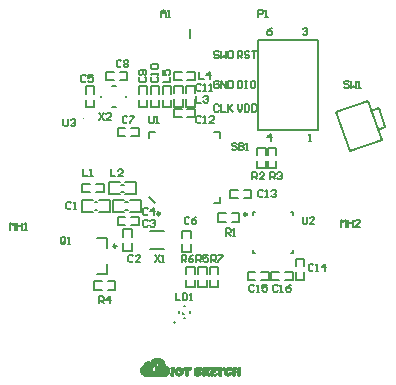
<source format=gbr>
%TF.GenerationSoftware,Altium Limited,Altium Designer,18.0.11 (651)*%
G04 Layer_Color=65535*
%FSLAX43Y43*%
%MOMM*%
%TF.FileFunction,Legend,Top*%
%TF.Part,Single*%
G01*
G75*
%TA.AperFunction,NonConductor*%
%ADD44C,0.150*%
%ADD53C,0.250*%
%ADD54C,0.100*%
%ADD55C,0.152*%
%ADD56C,0.200*%
%ADD57C,0.025*%
%ADD58R,0.270X0.840*%
G36*
X-250Y-10750D02*
X146D01*
X-250Y-10354D01*
Y-10750D01*
D02*
G37*
D44*
X-70Y-11000D02*
X70D01*
X-500Y-10570D02*
Y-10430D01*
X-70Y-10000D02*
X70D01*
X500Y-10570D02*
Y-10430D01*
X4500Y7100D02*
Y6700D01*
X4700Y6500D01*
X4900Y6700D01*
Y7100D01*
X5100D02*
Y6500D01*
X5400D01*
X5500Y6600D01*
Y7000D01*
X5400Y7100D01*
X5100D01*
X5700D02*
Y6500D01*
X6000D01*
X6099Y6600D01*
Y7000D01*
X6000Y7100D01*
X5700D01*
X4500Y9100D02*
Y8500D01*
X4800D01*
X4900Y8600D01*
Y9000D01*
X4800Y9100D01*
X4500D01*
X5100D02*
X5300D01*
X5200D01*
Y8500D01*
X5100D01*
X5300D01*
X5900Y9100D02*
X5700D01*
X5600Y9000D01*
Y8600D01*
X5700Y8500D01*
X5900D01*
X6000Y8600D01*
Y9000D01*
X5900Y9100D01*
X4500Y11000D02*
Y11600D01*
X4800D01*
X4900Y11500D01*
Y11300D01*
X4800Y11200D01*
X4500D01*
X4700D02*
X4900Y11000D01*
X5500Y11500D02*
X5400Y11600D01*
X5200D01*
X5100Y11500D01*
Y11400D01*
X5200Y11300D01*
X5400D01*
X5500Y11200D01*
Y11100D01*
X5400Y11000D01*
X5200D01*
X5100Y11100D01*
X5700Y11600D02*
X6099D01*
X5900D01*
Y11000D01*
X2900Y7000D02*
X2800Y7100D01*
X2600D01*
X2500Y7000D01*
Y6600D01*
X2600Y6500D01*
X2800D01*
X2900Y6600D01*
X3100Y7100D02*
Y6500D01*
X3500D01*
X3700Y7100D02*
Y6500D01*
Y6700D01*
X4099Y7100D01*
X3800Y6800D01*
X4099Y6500D01*
X2900Y9000D02*
X2800Y9100D01*
X2600D01*
X2500Y9000D01*
Y8600D01*
X2600Y8500D01*
X2800D01*
X2900Y8600D01*
Y8800D01*
X2700D01*
X3100Y8500D02*
Y9100D01*
X3500Y8500D01*
Y9100D01*
X3700D02*
Y8500D01*
X4000D01*
X4099Y8600D01*
Y9000D01*
X4000Y9100D01*
X3700D01*
X2900Y11500D02*
X2800Y11600D01*
X2600D01*
X2500Y11500D01*
Y11400D01*
X2600Y11300D01*
X2800D01*
X2900Y11200D01*
Y11100D01*
X2800Y11000D01*
X2600D01*
X2500Y11100D01*
X3100Y11600D02*
Y11000D01*
X3300Y11200D01*
X3500Y11000D01*
Y11600D01*
X4000D02*
X3800D01*
X3700Y11500D01*
Y11100D01*
X3800Y11000D01*
X4000D01*
X4099Y11100D01*
Y11500D01*
X4000Y11600D01*
X7300Y4000D02*
Y4600D01*
X7000Y4300D01*
X7400D01*
X10500Y4000D02*
X10700D01*
X10600D01*
Y4600D01*
X10500Y4500D01*
X10000Y13500D02*
X10100Y13600D01*
X10300D01*
X10400Y13500D01*
Y13400D01*
X10300Y13300D01*
X10200D01*
X10300D01*
X10400Y13200D01*
Y13100D01*
X10300Y13000D01*
X10100D01*
X10000Y13100D01*
X7400Y13600D02*
X7200Y13500D01*
X7000Y13300D01*
Y13100D01*
X7100Y13000D01*
X7300D01*
X7400Y13100D01*
Y13200D01*
X7300Y13300D01*
X7000D01*
X-7250Y6350D02*
X-6850Y5750D01*
Y6350D02*
X-7250Y5750D01*
X-6250D02*
X-6650D01*
X-6250Y6150D01*
Y6250D01*
X-6350Y6350D01*
X-6550D01*
X-6650Y6250D01*
X-2500Y-5650D02*
X-2100Y-6250D01*
Y-5650D02*
X-2500Y-6250D01*
X-1900D02*
X-1700D01*
X-1800D01*
Y-5650D01*
X-1900Y-5750D01*
X-10250Y5850D02*
Y5350D01*
X-10150Y5250D01*
X-9950D01*
X-9850Y5350D01*
Y5850D01*
X-9650Y5750D02*
X-9550Y5850D01*
X-9350D01*
X-9250Y5750D01*
Y5650D01*
X-9350Y5550D01*
X-9450D01*
X-9350D01*
X-9250Y5450D01*
Y5350D01*
X-9350Y5250D01*
X-9550D01*
X-9650Y5350D01*
X10000Y-2400D02*
Y-2900D01*
X10100Y-3000D01*
X10300D01*
X10400Y-2900D01*
Y-2400D01*
X11000Y-3000D02*
X10600D01*
X11000Y-2600D01*
Y-2500D01*
X10900Y-2400D01*
X10700D01*
X10600Y-2500D01*
X-3000Y6100D02*
Y5600D01*
X-2900Y5500D01*
X-2700D01*
X-2600Y5600D01*
Y6100D01*
X-2400Y5500D02*
X-2200D01*
X-2300D01*
Y6100D01*
X-2400Y6000D01*
X13900Y9000D02*
X13800Y9100D01*
X13600D01*
X13500Y9000D01*
Y8900D01*
X13600Y8800D01*
X13800D01*
X13900Y8700D01*
Y8600D01*
X13800Y8500D01*
X13600D01*
X13500Y8600D01*
X14100Y9100D02*
Y8500D01*
X14300Y8700D01*
X14500Y8500D01*
Y9100D01*
X14700Y8500D02*
X14900D01*
X14800D01*
Y9100D01*
X14700Y9000D01*
X4400Y3750D02*
X4300Y3850D01*
X4100D01*
X4000Y3750D01*
Y3650D01*
X4100Y3550D01*
X4300D01*
X4400Y3450D01*
Y3350D01*
X4300Y3250D01*
X4100D01*
X4000Y3350D01*
X4600Y3850D02*
Y3250D01*
X4900D01*
X5000Y3350D01*
Y3450D01*
X4900Y3550D01*
X4600D01*
X4900D01*
X5000Y3650D01*
Y3750D01*
X4900Y3850D01*
X4600D01*
X5200Y3250D02*
X5400D01*
X5300D01*
Y3850D01*
X5200Y3750D01*
X2250Y-6250D02*
Y-5650D01*
X2550D01*
X2650Y-5750D01*
Y-5950D01*
X2550Y-6050D01*
X2250D01*
X2450D02*
X2650Y-6250D01*
X2850Y-5650D02*
X3250D01*
Y-5750D01*
X2850Y-6150D01*
Y-6250D01*
X-250D02*
Y-5650D01*
X50D01*
X150Y-5750D01*
Y-5950D01*
X50Y-6050D01*
X-250D01*
X-50D02*
X150Y-6250D01*
X750Y-5650D02*
X550Y-5750D01*
X350Y-5950D01*
Y-6150D01*
X450Y-6250D01*
X650D01*
X750Y-6150D01*
Y-6050D01*
X650Y-5950D01*
X350D01*
X1000Y-6250D02*
Y-5650D01*
X1300D01*
X1400Y-5750D01*
Y-5950D01*
X1300Y-6050D01*
X1000D01*
X1200D02*
X1400Y-6250D01*
X2000Y-5650D02*
X1600D01*
Y-5950D01*
X1800Y-5850D01*
X1900D01*
X2000Y-5950D01*
Y-6150D01*
X1900Y-6250D01*
X1700D01*
X1600Y-6150D01*
X-7250Y-9750D02*
Y-9150D01*
X-6950D01*
X-6850Y-9250D01*
Y-9450D01*
X-6950Y-9550D01*
X-7250D01*
X-7050D02*
X-6850Y-9750D01*
X-6350D02*
Y-9150D01*
X-6650Y-9450D01*
X-6250D01*
X7250Y750D02*
Y1350D01*
X7550D01*
X7650Y1250D01*
Y1050D01*
X7550Y950D01*
X7250D01*
X7450D02*
X7650Y750D01*
X7850Y1250D02*
X7950Y1350D01*
X8150D01*
X8250Y1250D01*
Y1150D01*
X8150Y1050D01*
X8050D01*
X8150D01*
X8250Y950D01*
Y850D01*
X8150Y750D01*
X7950D01*
X7850Y850D01*
X5750Y750D02*
Y1350D01*
X6050D01*
X6150Y1250D01*
Y1050D01*
X6050Y950D01*
X5750D01*
X5950D02*
X6150Y750D01*
X6750D02*
X6350D01*
X6750Y1150D01*
Y1250D01*
X6650Y1350D01*
X6450D01*
X6350Y1250D01*
X3500Y-4000D02*
Y-3400D01*
X3800D01*
X3900Y-3500D01*
Y-3700D01*
X3800Y-3800D01*
X3500D01*
X3700D02*
X3900Y-4000D01*
X4100D02*
X4300D01*
X4200D01*
Y-3400D01*
X4100Y-3500D01*
X-10100Y-4650D02*
Y-4250D01*
X-10200Y-4150D01*
X-10400D01*
X-10500Y-4250D01*
Y-4650D01*
X-10400Y-4750D01*
X-10200D01*
X-10300Y-4550D02*
X-10100Y-4750D01*
X-10200D02*
X-10100Y-4650D01*
X-9900Y-4750D02*
X-9700D01*
X-9800D01*
Y-4150D01*
X-9900Y-4250D01*
X6239Y14523D02*
Y15123D01*
X6538D01*
X6638Y15023D01*
Y14823D01*
X6538Y14723D01*
X6239D01*
X6838Y14523D02*
X7038D01*
X6938D01*
Y15123D01*
X6838Y15023D01*
X13250Y-3250D02*
Y-2650D01*
X13450Y-2850D01*
X13650Y-2650D01*
Y-3250D01*
X13850Y-2650D02*
Y-3250D01*
Y-2950D01*
X14250D01*
Y-2650D01*
Y-3250D01*
X14849D02*
X14450D01*
X14849Y-2850D01*
Y-2750D01*
X14750Y-2650D01*
X14550D01*
X14450Y-2750D01*
X-14750Y-3500D02*
Y-2900D01*
X-14550Y-3100D01*
X-14350Y-2900D01*
Y-3500D01*
X-14150Y-2900D02*
Y-3500D01*
Y-3200D01*
X-13750D01*
Y-2900D01*
Y-3500D01*
X-13550D02*
X-13350D01*
X-13450D01*
Y-2900D01*
X-13550Y-3000D01*
X-750Y-8900D02*
Y-9500D01*
X-350D01*
X-150Y-8900D02*
Y-9500D01*
X150D01*
X250Y-9400D01*
Y-9000D01*
X150Y-8900D01*
X-150D01*
X450Y-9500D02*
X650D01*
X550D01*
Y-8900D01*
X450Y-9000D01*
X-1850Y9000D02*
X-1250D01*
Y9400D01*
X-1850Y10000D02*
Y9600D01*
X-1550D01*
X-1650Y9800D01*
Y9900D01*
X-1550Y10000D01*
X-1350D01*
X-1250Y9900D01*
Y9700D01*
X-1350Y9600D01*
X1250Y9850D02*
Y9250D01*
X1650D01*
X2150D02*
Y9850D01*
X1850Y9550D01*
X2250D01*
X1000Y7850D02*
Y7250D01*
X1400D01*
X1600Y7750D02*
X1700Y7850D01*
X1900D01*
X2000Y7750D01*
Y7650D01*
X1900Y7550D01*
X1800D01*
X1900D01*
X2000Y7450D01*
Y7350D01*
X1900Y7250D01*
X1700D01*
X1600Y7350D01*
X-6250Y1600D02*
Y1000D01*
X-5850D01*
X-5250D02*
X-5650D01*
X-5250Y1400D01*
Y1500D01*
X-5350Y1600D01*
X-5550D01*
X-5650Y1500D01*
X-8584Y1671D02*
Y1072D01*
X-8184D01*
X-7984D02*
X-7784D01*
X-7884D01*
Y1671D01*
X-7984Y1571D01*
X7900Y-8250D02*
X7800Y-8150D01*
X7600D01*
X7500Y-8250D01*
Y-8650D01*
X7600Y-8750D01*
X7800D01*
X7900Y-8650D01*
X8100Y-8750D02*
X8300D01*
X8200D01*
Y-8150D01*
X8100Y-8250D01*
X9000Y-8150D02*
X8800Y-8250D01*
X8600Y-8450D01*
Y-8650D01*
X8700Y-8750D01*
X8900D01*
X9000Y-8650D01*
Y-8550D01*
X8900Y-8450D01*
X8600D01*
X5900Y-8250D02*
X5800Y-8150D01*
X5600D01*
X5500Y-8250D01*
Y-8650D01*
X5600Y-8750D01*
X5800D01*
X5900Y-8650D01*
X6100Y-8750D02*
X6300D01*
X6200D01*
Y-8150D01*
X6100Y-8250D01*
X7000Y-8150D02*
X6600D01*
Y-8450D01*
X6800Y-8350D01*
X6900D01*
X7000Y-8450D01*
Y-8650D01*
X6900Y-8750D01*
X6700D01*
X6600Y-8650D01*
X10900Y-6500D02*
X10800Y-6400D01*
X10600D01*
X10500Y-6500D01*
Y-6900D01*
X10600Y-7000D01*
X10800D01*
X10900Y-6900D01*
X11100Y-7000D02*
X11300D01*
X11200D01*
Y-6400D01*
X11100Y-6500D01*
X11900Y-7000D02*
Y-6400D01*
X11600Y-6700D01*
X12000D01*
X6650Y-250D02*
X6550Y-150D01*
X6350D01*
X6250Y-250D01*
Y-650D01*
X6350Y-750D01*
X6550D01*
X6650Y-650D01*
X6850Y-750D02*
X7050D01*
X6950D01*
Y-150D01*
X6850Y-250D01*
X7350D02*
X7450Y-150D01*
X7650D01*
X7750Y-250D01*
Y-350D01*
X7650Y-450D01*
X7550D01*
X7650D01*
X7750Y-550D01*
Y-650D01*
X7650Y-750D01*
X7450D01*
X7350Y-650D01*
X1400Y6000D02*
X1300Y6100D01*
X1100D01*
X1000Y6000D01*
Y5600D01*
X1100Y5500D01*
X1300D01*
X1400Y5600D01*
X1600Y5500D02*
X1800D01*
X1700D01*
Y6100D01*
X1600Y6000D01*
X2500Y5500D02*
X2100D01*
X2500Y5900D01*
Y6000D01*
X2400Y6100D01*
X2200D01*
X2100Y6000D01*
X1400Y8750D02*
X1300Y8850D01*
X1100D01*
X1000Y8750D01*
Y8350D01*
X1100Y8250D01*
X1300D01*
X1400Y8350D01*
X1600Y8250D02*
X1800D01*
X1700D01*
Y8850D01*
X1600Y8750D01*
X2100Y8250D02*
X2300D01*
X2200D01*
Y8850D01*
X2100Y8750D01*
X-2750Y9400D02*
X-2850Y9300D01*
Y9100D01*
X-2750Y9000D01*
X-2350D01*
X-2250Y9100D01*
Y9300D01*
X-2350Y9400D01*
X-2250Y9600D02*
Y9800D01*
Y9700D01*
X-2850D01*
X-2750Y9600D01*
Y10100D02*
X-2850Y10200D01*
Y10400D01*
X-2750Y10500D01*
X-2350D01*
X-2250Y10400D01*
Y10200D01*
X-2350Y10100D01*
X-2750D01*
X-3750Y9400D02*
X-3850Y9300D01*
Y9100D01*
X-3750Y9000D01*
X-3350D01*
X-3250Y9100D01*
Y9300D01*
X-3350Y9400D01*
Y9600D02*
X-3250Y9700D01*
Y9900D01*
X-3350Y10000D01*
X-3750D01*
X-3850Y9900D01*
Y9700D01*
X-3750Y9600D01*
X-3650D01*
X-3550Y9700D01*
Y10000D01*
X-5350Y10750D02*
X-5450Y10850D01*
X-5650D01*
X-5750Y10750D01*
Y10350D01*
X-5650Y10250D01*
X-5450D01*
X-5350Y10350D01*
X-5150Y10750D02*
X-5050Y10850D01*
X-4850D01*
X-4750Y10750D01*
Y10650D01*
X-4850Y10550D01*
X-4750Y10450D01*
Y10350D01*
X-4850Y10250D01*
X-5050D01*
X-5150Y10350D01*
Y10450D01*
X-5050Y10550D01*
X-5150Y10650D01*
Y10750D01*
X-5050Y10550D02*
X-4850D01*
X-4850Y6000D02*
X-4950Y6100D01*
X-5150D01*
X-5250Y6000D01*
Y5600D01*
X-5150Y5500D01*
X-4950D01*
X-4850Y5600D01*
X-4650Y6100D02*
X-4250D01*
Y6000D01*
X-4650Y5600D01*
Y5500D01*
X400Y-2500D02*
X300Y-2400D01*
X100D01*
X0Y-2500D01*
Y-2900D01*
X100Y-3000D01*
X300D01*
X400Y-2900D01*
X1000Y-2400D02*
X800Y-2500D01*
X600Y-2700D01*
Y-2900D01*
X700Y-3000D01*
X900D01*
X1000Y-2900D01*
Y-2800D01*
X900Y-2700D01*
X600D01*
X-8350Y9500D02*
X-8450Y9600D01*
X-8650D01*
X-8750Y9500D01*
Y9100D01*
X-8650Y9000D01*
X-8450D01*
X-8350Y9100D01*
X-7750Y9600D02*
X-8150D01*
Y9300D01*
X-7950Y9400D01*
X-7850D01*
X-7750Y9300D01*
Y9100D01*
X-7850Y9000D01*
X-8050D01*
X-8150Y9100D01*
X-3100Y-1750D02*
X-3200Y-1650D01*
X-3400D01*
X-3500Y-1750D01*
Y-2150D01*
X-3400Y-2250D01*
X-3200D01*
X-3100Y-2150D01*
X-2600Y-2250D02*
Y-1650D01*
X-2900Y-1950D01*
X-2500D01*
X-3100Y-2750D02*
X-3200Y-2650D01*
X-3400D01*
X-3500Y-2750D01*
Y-3150D01*
X-3400Y-3250D01*
X-3200D01*
X-3100Y-3150D01*
X-2900Y-2750D02*
X-2800Y-2650D01*
X-2600D01*
X-2500Y-2750D01*
Y-2850D01*
X-2600Y-2950D01*
X-2700D01*
X-2600D01*
X-2500Y-3050D01*
Y-3150D01*
X-2600Y-3250D01*
X-2800D01*
X-2900Y-3150D01*
X-4350Y-5750D02*
X-4450Y-5650D01*
X-4650D01*
X-4750Y-5750D01*
Y-6150D01*
X-4650Y-6250D01*
X-4450D01*
X-4350Y-6150D01*
X-3750Y-6250D02*
X-4150D01*
X-3750Y-5850D01*
Y-5750D01*
X-3850Y-5650D01*
X-4050D01*
X-4150Y-5750D01*
X-9600Y-1250D02*
X-9700Y-1150D01*
X-9900D01*
X-10000Y-1250D01*
Y-1650D01*
X-9900Y-1750D01*
X-9700D01*
X-9600Y-1650D01*
X-9400Y-1750D02*
X-9200D01*
X-9300D01*
Y-1150D01*
X-9400Y-1250D01*
X-2000Y14500D02*
Y14900D01*
X-1800Y15100D01*
X-1600Y14900D01*
Y14500D01*
Y14800D01*
X-2000D01*
X-1400Y14500D02*
X-1200D01*
X-1300D01*
Y15100D01*
X-1400Y15000D01*
D53*
X-2075Y-2150D02*
G03*
X-2075Y-2150I-125J0D01*
G01*
X-5775Y-4900D02*
G03*
X-5775Y-4900I-125J0D01*
G01*
X5275Y-2200D02*
G03*
X5275Y-2200I-125J0D01*
G01*
D54*
X-8577Y5912D02*
G03*
X-8577Y5912I-50J0D01*
G01*
D55*
X-792Y-11370D02*
G03*
X-792Y-11370I-64J0D01*
G01*
X5650Y-850D02*
Y-150D01*
X3850Y-850D02*
Y-150D01*
X4500D01*
X5000D02*
X5650D01*
X3850Y-850D02*
X4500D01*
X5000D02*
X5650D01*
X4000Y-2875D02*
X4625D01*
X2875D02*
X3500D01*
X4000Y-2125D02*
X4625D01*
X2875D02*
X3500D01*
X2875Y-2875D02*
Y-2125D01*
X4625Y-2875D02*
Y-2125D01*
X-5650Y4400D02*
Y5100D01*
X-3850Y4400D02*
Y5100D01*
X-4500Y4400D02*
X-3850D01*
X-5650D02*
X-5000D01*
X-4500Y5100D02*
X-3850D01*
X-5650D02*
X-5000D01*
X-6160Y8630D02*
X-5840D01*
X-7080Y7690D02*
Y7810D01*
X-6160Y6870D02*
X-5840D01*
X-4920Y7690D02*
Y7810D01*
X-8350Y8650D02*
X-7650D01*
X-8350Y6850D02*
X-7650D01*
X-8350D02*
Y7500D01*
Y8000D02*
Y8650D01*
X-7650Y6850D02*
Y7500D01*
Y8000D02*
Y8650D01*
X-6650Y9150D02*
Y9850D01*
X-4850Y9150D02*
Y9850D01*
X-5500Y9150D02*
X-4850D01*
X-6650D02*
X-6000D01*
X-5500Y9850D02*
X-4850D01*
X-6650D02*
X-6000D01*
X250Y9150D02*
X900D01*
X-900D02*
X-250D01*
X250Y9850D02*
X900D01*
X-900D02*
X-250D01*
X-900Y9150D02*
Y9850D01*
X900D02*
X900Y9150D01*
X-1150Y8000D02*
Y8650D01*
Y6850D02*
Y7500D01*
X-1850Y8000D02*
Y8650D01*
Y6850D02*
Y7500D01*
Y6850D02*
X-1150D01*
X-1850Y8650D02*
X-1150Y8650D01*
X-850Y8679D02*
X-150D01*
X-850Y6879D02*
X-150D01*
X-850D02*
Y7529D01*
Y8029D02*
Y8679D01*
X-150Y6879D02*
Y7529D01*
Y8029D02*
Y8679D01*
X850Y8029D02*
Y8679D01*
Y6879D02*
Y7529D01*
X150Y8029D02*
Y8679D01*
Y6879D02*
Y7529D01*
Y6879D02*
X850D01*
X150Y8679D02*
X850Y8679D01*
X-2850Y6850D02*
X-2150D01*
X-2850Y8650D02*
X-2150D01*
Y8000D02*
Y8650D01*
Y6850D02*
Y7500D01*
X-2850Y8000D02*
Y8650D01*
Y6850D02*
Y7500D01*
X-3850Y8650D02*
X-3150D01*
X-3850Y6850D02*
X-3150D01*
X-3850D02*
Y7500D01*
Y8000D02*
Y8650D01*
X-3150Y6850D02*
Y7500D01*
Y8000D02*
Y8650D01*
X-6425Y-500D02*
X-6425Y500D01*
X-4075D02*
X-4075Y-500D01*
X-6425Y500D02*
X-5500D01*
X-5000D02*
X-4075D01*
X-6425Y-500D02*
X-5500D01*
X-5000D02*
X-4075D01*
X-6076Y-1000D02*
X-5151D01*
X-4651D02*
X-3726D01*
X-6076Y-2000D02*
X-5151D01*
X-4651D02*
X-3726D01*
X-3726Y-1000D01*
X-6076Y-2000D02*
Y-1000D01*
X-8675D02*
X-7750D01*
X-7250D02*
X-6325D01*
X-8675Y-2000D02*
X-7750D01*
X-7250D02*
X-6325D01*
X-6325Y-1000D01*
X-8675Y-2000D02*
Y-1000D01*
X-5650Y-3100D02*
Y-2400D01*
X-3850Y-3100D02*
Y-2400D01*
X-4500Y-3100D02*
X-3850D01*
X-5650D02*
X-5000D01*
X-4500Y-2400D02*
X-3850D01*
X-5650D02*
X-5000D01*
X-5174Y-5276D02*
X-4474D01*
X-5174Y-3476D02*
X-4474D01*
Y-4126D02*
Y-3476D01*
Y-5276D02*
Y-4626D01*
X-5174Y-4126D02*
Y-3476D01*
Y-5276D02*
Y-4626D01*
X-174Y-5400D02*
X526D01*
X-174Y-3600D02*
X526D01*
Y-4250D02*
Y-3600D01*
Y-5400D02*
Y-4750D01*
X-174Y-4250D02*
Y-3600D01*
Y-5400D02*
Y-4750D01*
X-6500Y-8625D02*
X-5875D01*
X-7625D02*
X-7000D01*
X-6500Y-7875D02*
X-5875D01*
X-7625D02*
X-7000D01*
X-7625Y-8625D02*
Y-7875D01*
X-5875Y-8625D02*
Y-7875D01*
X125Y-8375D02*
Y-7750D01*
Y-7250D02*
Y-6625D01*
X875Y-8375D02*
Y-7750D01*
Y-7250D02*
Y-6625D01*
X125D02*
X875D01*
X125Y-8375D02*
X875D01*
X1125D02*
Y-7750D01*
Y-7250D02*
Y-6625D01*
X1875Y-8375D02*
Y-7750D01*
Y-7250D02*
Y-6625D01*
X1125D02*
X1875D01*
X1125Y-8375D02*
X1875D01*
X2125D02*
Y-7750D01*
Y-7250D02*
Y-6625D01*
X2875Y-8375D02*
Y-7750D01*
Y-7250D02*
Y-6625D01*
X2125D02*
X2875D01*
X2125Y-8375D02*
X2875D01*
X9400Y-5951D02*
X10100D01*
X9400Y-7751D02*
X10100D01*
X9400D02*
Y-7101D01*
Y-6601D02*
Y-5951D01*
X10100Y-7751D02*
Y-7101D01*
Y-6601D02*
Y-5951D01*
X7350Y-7751D02*
Y-7051D01*
X9150Y-7751D02*
Y-7051D01*
X8500Y-7751D02*
X9150D01*
X7350D02*
X8000D01*
X8500Y-7051D02*
X9150D01*
X7350D02*
X8000D01*
X5350Y-7751D02*
Y-7051D01*
X7150Y-7751D02*
Y-7051D01*
X6500Y-7751D02*
X7150D01*
X5350D02*
X6000D01*
X6500Y-7051D02*
X7150D01*
X5350D02*
X6000D01*
X7028Y1694D02*
Y2319D01*
Y2819D02*
Y3444D01*
X7778Y1694D02*
Y2319D01*
Y2819D02*
Y3444D01*
X7028D02*
X7778D01*
X7028Y1694D02*
X7778D01*
X6125D02*
Y2319D01*
Y2819D02*
Y3444D01*
X6875Y1694D02*
Y2319D01*
Y2819D02*
Y3444D01*
X6125D02*
X6875D01*
X6125Y1694D02*
X6875D01*
X250Y6026D02*
X900D01*
X-900D02*
X-250D01*
X250Y6726D02*
X900D01*
X-900D02*
X-250D01*
X-900Y6026D02*
Y6726D01*
X900Y6026D02*
Y6726D01*
X-6850Y350D02*
X-6850Y-350D01*
X-8650D02*
Y350D01*
X-8000D01*
X-7500D02*
X-6850D01*
X-8650Y-350D02*
X-8000D01*
X-7500D02*
X-6850D01*
D56*
X13986Y3129D02*
X16711Y4120D01*
X12789Y6417D02*
X15514Y7409D01*
X16711Y4120D01*
X12789Y6417D02*
X13986Y3129D01*
X16433Y6786D02*
X17014Y5188D01*
X15822Y6564D02*
X16433Y6786D01*
X16403Y4966D02*
X17014Y5188D01*
X2500Y-1250D02*
X3000D01*
Y-750D01*
Y4250D02*
Y4750D01*
X2500D02*
X3000D01*
X-3000D02*
X-2500D01*
X-3000Y4250D02*
Y4750D01*
Y-750D02*
X-2500Y-1250D01*
X-5350Y300D02*
X-5150D01*
X-5350Y-300D02*
X-5150Y-300D01*
X-5001Y-1200D02*
X-4801D01*
X-5001Y-1800D02*
X-4801D01*
X-7600Y-1200D02*
X-7400D01*
X-7600Y-1800D02*
X-7400D01*
X-2923Y-3652D02*
X-1723D01*
X-2923Y-5152D02*
X-1723D01*
X-7450Y-4250D02*
X-6550D01*
Y-5050D02*
Y-4250D01*
X-7450Y-7250D02*
X-6550D01*
Y-6450D01*
X5800Y-5450D02*
X6000D01*
X5800D02*
Y-5250D01*
X9000Y-5450D02*
X9200D01*
Y-5250D01*
Y-2250D02*
Y-2050D01*
X9000D02*
X9200D01*
X5800D02*
X6000D01*
X5800Y-2250D02*
Y-2050D01*
X6190Y12560D02*
X11270D01*
X6190Y4940D02*
Y12560D01*
Y4940D02*
X11270D01*
X11270Y12560D02*
X11270Y4940D01*
D57*
X-2516Y-14368D02*
X-2135D01*
X-2592Y-14393D02*
X-2059D01*
X-2643Y-14418D02*
X-2008D01*
X-2694Y-14444D02*
X-1957D01*
X-2719Y-14469D02*
X-1932D01*
X-2744Y-14495D02*
X-1906D01*
X-2770Y-14520D02*
X-1881D01*
X-2821Y-14545D02*
X-1855D01*
X-2821Y-14571D02*
X-1830D01*
X-2846Y-14596D02*
X-1805D01*
X-2871Y-14622D02*
X-1779D01*
X-3176Y-14647D02*
X-3024D01*
X-2871D02*
X-1779D01*
X-3252Y-14672D02*
X-2948D01*
X-2897D02*
X-1754D01*
X-3278Y-14698D02*
X-1754D01*
X-3329Y-14723D02*
X-1728D01*
X-3354Y-14749D02*
X-1728D01*
X-3379Y-14774D02*
X-2338D01*
X-2313D02*
X-1703D01*
X-3379Y-14799D02*
X-2363D01*
X-2287D02*
X-1703D01*
X-3405Y-14825D02*
X-2363D01*
X-2262D02*
X-1703D01*
X-3405Y-14850D02*
X-2389D01*
X-2236D02*
X-1678D01*
X-3430Y-14876D02*
X-2414D01*
X-2211D02*
X-1678D01*
X-3430Y-14901D02*
X-2440D01*
X-2186D02*
X-1678D01*
X-3430Y-14926D02*
X-2440D01*
X-2186D02*
X-1678D01*
X-3430Y-14952D02*
X-2465D01*
X-2211D02*
X-1678D01*
X-3481Y-14977D02*
X-2490D01*
X-2236D02*
X-1678D01*
X-3532Y-15003D02*
X-2490D01*
X-2287D02*
X-1678D01*
X-3557Y-15028D02*
X-2516D01*
X-2313D02*
X-1576D01*
X-3608Y-15053D02*
X-2490D01*
X-2363D02*
X-1525D01*
X-3633Y-15079D02*
X-2592D01*
X-2567D02*
X-2465D01*
X-2389D02*
X-1474D01*
X-3633Y-15104D02*
X-2643D01*
X-2541D02*
X-1449D01*
X-3659Y-15130D02*
X-2694D01*
X-2516D02*
X-1424D01*
X-1043D02*
X-916D01*
X-560D02*
X-382D01*
X-1D02*
X75D01*
X1066D02*
X1294D01*
X1599D02*
X1751D01*
X1955D02*
X2107D01*
X2310D02*
X2437D01*
X2691D02*
X2742D01*
X2844D02*
X2894D01*
X3656D02*
X3860D01*
X4164D02*
X4291D01*
X4571D02*
X4723D01*
X-3684Y-15155D02*
X-2719D01*
X-2490D02*
X-1398D01*
X-1119D02*
X-890D01*
X-636D02*
X-357D01*
X-52D02*
X253D01*
X380D02*
X507D01*
X989D02*
X1370D01*
X1548D02*
X1777D01*
X1904D02*
X2132D01*
X2234D02*
X2463D01*
X2590D02*
X2742D01*
X2767D02*
X3072D01*
X3225D02*
X3352D01*
X3580D02*
X3910D01*
X4088D02*
X4317D01*
X4520D02*
X4723D01*
X-3684Y-15180D02*
X-2744D01*
X-2440D02*
X-1373D01*
X-1170D02*
X-890D01*
X-687D02*
X-331D01*
X-77D02*
X507D01*
X913D02*
X1396D01*
X1497D02*
X1777D01*
X1878D02*
X2132D01*
X2183D02*
X3352D01*
X3529D02*
X3936D01*
X4037D02*
X4317D01*
X4469D02*
X4723D01*
X-3710Y-15206D02*
X-2770D01*
X-2440D02*
X-1373D01*
X-1195D02*
X-890D01*
X-738D02*
X-331D01*
X-103D02*
X507D01*
X888D02*
X1421D01*
X1472D02*
X1777D01*
X1904D02*
X2132D01*
X2183D02*
X3352D01*
X3479D02*
X3961D01*
X4012D02*
X4317D01*
X4444D02*
X4723D01*
X-3710Y-15231D02*
X-2770D01*
X-2440D02*
X-1347D01*
X-1170D02*
X-890D01*
X-763D02*
X-204D01*
X-103D02*
X507D01*
X862D02*
X1421D01*
X1472D02*
X1777D01*
X1904D02*
X2158D01*
X2183D02*
X3352D01*
X3453D02*
X3961D01*
X4037D02*
X4317D01*
X4444D02*
X4723D01*
X-3735Y-15257D02*
X-2795D01*
X-2465D02*
X-1347D01*
X-1170D02*
X-890D01*
X-763D02*
X-154D01*
X-103D02*
X507D01*
X837D02*
X1421D01*
X1497D02*
X1777D01*
X1878D02*
X2132D01*
X2183D02*
X3352D01*
X3428D02*
X3961D01*
X4037D02*
X4317D01*
X4469D02*
X4723D01*
X-3735Y-15282D02*
X-2795D01*
X-2465D02*
X-1322D01*
X-1144D02*
X-890D01*
X-789D02*
X-154D01*
X-128D02*
X507D01*
X837D02*
X1421D01*
X1497D02*
X1777D01*
X1878D02*
X2132D01*
X2209D02*
X3352D01*
X3402D02*
X3961D01*
X4037D02*
X4317D01*
X4469D02*
X4723D01*
X-3735Y-15307D02*
X-2795D01*
X-2465D02*
X-1322D01*
X-1144D02*
X-890D01*
X-814D02*
X-484D01*
X-408D02*
X481D01*
X812D02*
X1421D01*
X1523D02*
X1777D01*
X1853D02*
X2132D01*
X2209D02*
X3326D01*
X3377D02*
X3961D01*
X4063D02*
X4317D01*
X4495D02*
X4723D01*
X-3735Y-15333D02*
X-2795D01*
X-2465D02*
X-1297D01*
X-1144D02*
X-890D01*
X-814D02*
X-535D01*
X-433D02*
X-128D01*
X-103D02*
X481D01*
X812D02*
X1066D01*
X1142D02*
X1421D01*
X1523D02*
X1751D01*
X1828D02*
X2107D01*
X2209D02*
X2691D01*
X2717D02*
X3301D01*
X3377D02*
X3961D01*
X4063D02*
X4291D01*
X4495D02*
X4723D01*
X-3735Y-15358D02*
X-2795D01*
X-2490D02*
X-1297D01*
X-1144D02*
X-890D01*
X-839D02*
X-560D01*
X-433D02*
X-128D01*
X-103D02*
X-1D01*
X75D02*
X431D01*
X812D02*
X1040D01*
X1167D02*
X1396D01*
X1523D02*
X1751D01*
X1802D02*
X2082D01*
X2209D02*
X2463D01*
X2488D02*
X2640D01*
X2717D02*
X2844D01*
X2894D02*
X3275D01*
X3352D02*
X3631D01*
X3682D02*
X3936D01*
X4063D02*
X4291D01*
X4495D02*
X4723D01*
X-3735Y-15384D02*
X-2821D01*
X-2516D02*
X-1297D01*
X-1144D02*
X-916D01*
X-839D02*
X-560D01*
X-433D02*
X-128D01*
X75D02*
X304D01*
X812D02*
X1116D01*
X1193D02*
X1345D01*
X1523D02*
X1751D01*
X1777D02*
X2056D01*
X2209D02*
X2463D01*
X2894D02*
X3148D01*
X3352D02*
X3606D01*
X3733D02*
X3885D01*
X4063D02*
X4291D01*
X4469D02*
X4723D01*
X-3735Y-15409D02*
X-2821D01*
X-2541D02*
X-1297D01*
X-1144D02*
X-916D01*
X-839D02*
X-585D01*
X-433D02*
X-128D01*
X50D02*
X304D01*
X812D02*
X1193D01*
X1497D02*
X2031D01*
X2209D02*
X2437D01*
X2894D02*
X3148D01*
X3326D02*
X3580D01*
X4037D02*
X4291D01*
X4469D02*
X4723D01*
X-3735Y-15434D02*
X-2821D01*
X-2592D02*
X-1297D01*
X-1170D02*
X-916D01*
X-839D02*
X-611D01*
X-433D02*
X-128D01*
X50D02*
X304D01*
X812D02*
X1243D01*
X1497D02*
X2005D01*
X2209D02*
X2437D01*
X2894D02*
X3123D01*
X3326D02*
X3580D01*
X4037D02*
X4291D01*
X4469D02*
X4723D01*
X-3735Y-15460D02*
X-2846D01*
X-2694D02*
X-1297D01*
X-1170D02*
X-916D01*
X-839D02*
X-611D01*
X-433D02*
X-128D01*
X50D02*
X304D01*
X812D02*
X1294D01*
X1497D02*
X1955D01*
X2209D02*
X2437D01*
X2513D02*
X2590D01*
X2894D02*
X3123D01*
X3326D02*
X3580D01*
X4037D02*
X4698D01*
X-3735Y-15485D02*
X-1297D01*
X-1170D02*
X-916D01*
X-865D02*
X-611D01*
X-433D02*
X-128D01*
X50D02*
X278D01*
X837D02*
X1320D01*
X1497D02*
X1980D01*
X2183D02*
X2590D01*
X2894D02*
X3123D01*
X3326D02*
X3555D01*
X4037D02*
X4698D01*
X-3735Y-15511D02*
X-1297D01*
X-1170D02*
X-941D01*
X-865D02*
X-611D01*
X-408D02*
X-128D01*
X50D02*
X278D01*
X862D02*
X1345D01*
X1497D02*
X1980D01*
X2183D02*
X2590D01*
X2869D02*
X3123D01*
X3326D02*
X3555D01*
X4037D02*
X4698D01*
X-3735Y-15536D02*
X-1297D01*
X-1170D02*
X-941D01*
X-865D02*
X-611D01*
X-408D02*
X-128D01*
X50D02*
X278D01*
X862D02*
X1370D01*
X1497D02*
X1980D01*
X2183D02*
X2590D01*
X2869D02*
X3123D01*
X3326D02*
X3555D01*
X4037D02*
X4698D01*
X-3735Y-15561D02*
X-1297D01*
X-1170D02*
X-941D01*
X-865D02*
X-611D01*
X-382D02*
X-128D01*
X24D02*
X278D01*
X888D02*
X1370D01*
X1472D02*
X2005D01*
X2183D02*
X2564D01*
X2869D02*
X3098D01*
X3326D02*
X3555D01*
X3733D02*
X3910D01*
X4012D02*
X4698D01*
X-3710Y-15587D02*
X-1322D01*
X-1170D02*
X-941D01*
X-865D02*
X-611D01*
X-382D02*
X-128D01*
X24D02*
X278D01*
X812D02*
X837D01*
X939D02*
X1396D01*
X1472D02*
X1726D01*
X1751D02*
X2005D01*
X2183D02*
X2564D01*
X2869D02*
X3098D01*
X3326D02*
X3555D01*
X3733D02*
X3936D01*
X4012D02*
X4672D01*
X-3710Y-15612D02*
X-1322D01*
X-1195D02*
X-941D01*
X-839D02*
X-611D01*
X-382D02*
X-154D01*
X24D02*
X253D01*
X786D02*
X862D01*
X989D02*
X1396D01*
X1472D02*
X1701D01*
X1777D02*
X2031D01*
X2183D02*
X2412D01*
X2869D02*
X3098D01*
X3326D02*
X3555D01*
X3707D02*
X3936D01*
X4012D02*
X4241D01*
X4444D02*
X4672D01*
X-3684Y-15638D02*
X-1932D01*
X-1881D02*
X-1347D01*
X-1195D02*
X-941D01*
X-839D02*
X-585D01*
X-408D02*
X-154D01*
X24D02*
X253D01*
X786D02*
X888D01*
X1091D02*
X1396D01*
X1472D02*
X1701D01*
X1777D02*
X2031D01*
X2158D02*
X2412D01*
X2869D02*
X3098D01*
X3326D02*
X3580D01*
X3707D02*
X3936D01*
X4012D02*
X4241D01*
X4444D02*
X4672D01*
X-3684Y-15663D02*
X-2287D01*
X-2186D02*
X-1932D01*
X-1881D02*
X-1347D01*
X-1195D02*
X-966D01*
X-839D02*
X-585D01*
X-433D02*
X-179D01*
X24D02*
X253D01*
X786D02*
X939D01*
X1116D02*
X1396D01*
X1472D02*
X1701D01*
X1777D02*
X2031D01*
X2158D02*
X2412D01*
X2640D02*
X2717D01*
X2869D02*
X3098D01*
X3326D02*
X3580D01*
X3682D02*
X3936D01*
X4012D02*
X4241D01*
X4444D02*
X4672D01*
X-3659Y-15688D02*
X-2287D01*
X-2236D02*
X-2211D01*
X-2186D02*
X-2109D01*
X-2084D02*
X-2033D01*
X-1982D02*
X-1932D01*
X-1906D02*
X-1881D01*
X-1805D02*
X-1754D01*
X-1728D02*
X-1652D01*
X-1627D02*
X-1373D01*
X-1195D02*
X-966D01*
X-839D02*
X-535D01*
X-458D02*
X-179D01*
X24D02*
X253D01*
X786D02*
X1396D01*
X1472D02*
X1701D01*
X1802D02*
X2056D01*
X2158D02*
X2412D01*
X2539D02*
X2717D01*
X2869D02*
X3098D01*
X3326D02*
X3606D01*
X3656D02*
X3936D01*
X4012D02*
X4241D01*
X4444D02*
X4672D01*
X-3633Y-15714D02*
X-2287D01*
X-2262D02*
X-2211D01*
X-2186D02*
X-2109D01*
X-2059D02*
X-2033D01*
X-1982D02*
X-1932D01*
X-1906D02*
X-1830D01*
X-1805D02*
X-1754D01*
X-1728D02*
X-1652D01*
X-1627D02*
X-1373D01*
X-1195D02*
X-966D01*
X-814D02*
X-204D01*
X24D02*
X253D01*
X786D02*
X1396D01*
X1472D02*
X1701D01*
X1802D02*
X2082D01*
X2158D02*
X2717D01*
X2844D02*
X3098D01*
X3352D02*
X3910D01*
X4012D02*
X4241D01*
X4444D02*
X4672D01*
X-3633Y-15739D02*
X-2313D01*
X-2262D02*
X-2211D01*
X-2186D02*
X-2135D01*
X-2084D02*
X-2033D01*
X-1982D02*
X-1932D01*
X-1906D02*
X-1830D01*
X-1805D02*
X-1754D01*
X-1728D02*
X-1678D01*
X-1627D02*
X-1398D01*
X-1195D02*
X-941D01*
X-814D02*
X-230D01*
X24D02*
X253D01*
X786D02*
X1370D01*
X1472D02*
X1701D01*
X1828D02*
X2082D01*
X2158D02*
X2717D01*
X2869D02*
X3098D01*
X3352D02*
X3910D01*
X4012D02*
X4241D01*
X4444D02*
X4672D01*
X-3608Y-15765D02*
X-2313D01*
X-2287D02*
X-2211D01*
X-2186D02*
X-2135D01*
X-2084D02*
X-2033D01*
X-2008D02*
X-1932D01*
X-1906D02*
X-1855D01*
X-1830D02*
X-1754D01*
X-1728D02*
X-1678D01*
X-1627D02*
X-1424D01*
X-1195D02*
X-941D01*
X-789D02*
X-230D01*
X24D02*
X278D01*
X786D02*
X1370D01*
X1472D02*
X1726D01*
X1828D02*
X2107D01*
X2158D02*
X2717D01*
X2869D02*
X3098D01*
X3377D02*
X3885D01*
X4012D02*
X4266D01*
X4444D02*
X4672D01*
X-3557Y-15790D02*
X-2313D01*
X-2287D02*
X-2211D01*
X-2186D02*
X-2135D01*
X-2084D02*
X-2033D01*
X-2008D02*
X-1932D01*
X-1906D02*
X-1881D01*
X-1855D02*
X-1754D01*
X-1728D02*
X-1678D01*
X-1627D02*
X-1449D01*
X-1195D02*
X-941D01*
X-763D02*
X-281D01*
X24D02*
X278D01*
X786D02*
X1345D01*
X1472D02*
X1726D01*
X1828D02*
X2132D01*
X2183D02*
X2691D01*
X2869D02*
X3123D01*
X3402D02*
X3860D01*
X4012D02*
X4266D01*
X4444D02*
X4698D01*
X-3532Y-15815D02*
X-1474D01*
X-1170D02*
X-941D01*
X-712D02*
X-306D01*
X50D02*
X278D01*
X812D02*
X1294D01*
X1472D02*
X1726D01*
X1853D02*
X2158D01*
X2183D02*
X2691D01*
X2869D02*
X3123D01*
X3428D02*
X3834D01*
X4012D02*
X4266D01*
X4444D02*
X4698D01*
X-3481Y-15841D02*
X-1525D01*
X-1170D02*
X-941D01*
X-687D02*
X-357D01*
X50D02*
X253D01*
X862D02*
X1269D01*
X1497D02*
X1701D01*
X1878D02*
X2107D01*
X2209D02*
X2666D01*
X2894D02*
X3098D01*
X3479D02*
X3783D01*
X4037D02*
X4241D01*
X4469D02*
X4672D01*
X-3430Y-15866D02*
X-1576D01*
X-1119D02*
X-1017D01*
X-585D02*
X-433D01*
X100D02*
X202D01*
X964D02*
X1167D01*
X1548D02*
X1650D01*
X1955D02*
X2056D01*
X2234D02*
X2361D01*
X2513D02*
X2615D01*
X2920D02*
X3047D01*
X3555D02*
X3707D01*
X4088D02*
X4190D01*
X4495D02*
X4622D01*
D58*
X500Y13035D02*
D03*
%TF.MD5,e430d56626e45dc0559eacf8d26138d4*%
M02*

</source>
